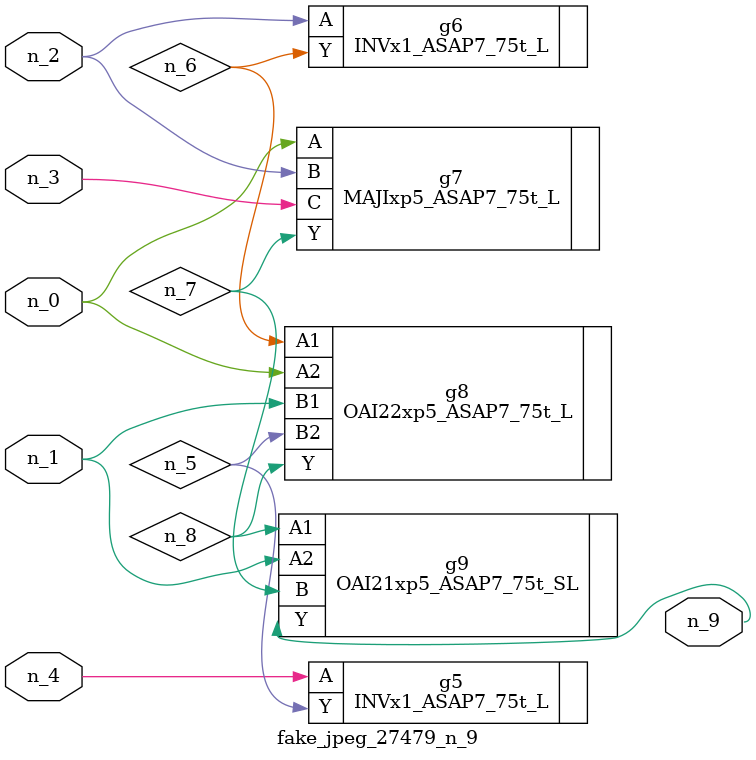
<source format=v>
module fake_jpeg_27479_n_9 (n_3, n_2, n_1, n_0, n_4, n_9);

input n_3;
input n_2;
input n_1;
input n_0;
input n_4;

output n_9;

wire n_8;
wire n_6;
wire n_5;
wire n_7;

INVx1_ASAP7_75t_L g5 ( 
.A(n_4),
.Y(n_5)
);

INVx1_ASAP7_75t_L g6 ( 
.A(n_2),
.Y(n_6)
);

MAJIxp5_ASAP7_75t_L g7 ( 
.A(n_0),
.B(n_2),
.C(n_3),
.Y(n_7)
);

OAI22xp5_ASAP7_75t_L g8 ( 
.A1(n_6),
.A2(n_0),
.B1(n_1),
.B2(n_5),
.Y(n_8)
);

OAI21xp5_ASAP7_75t_SL g9 ( 
.A1(n_8),
.A2(n_1),
.B(n_7),
.Y(n_9)
);


endmodule
</source>
